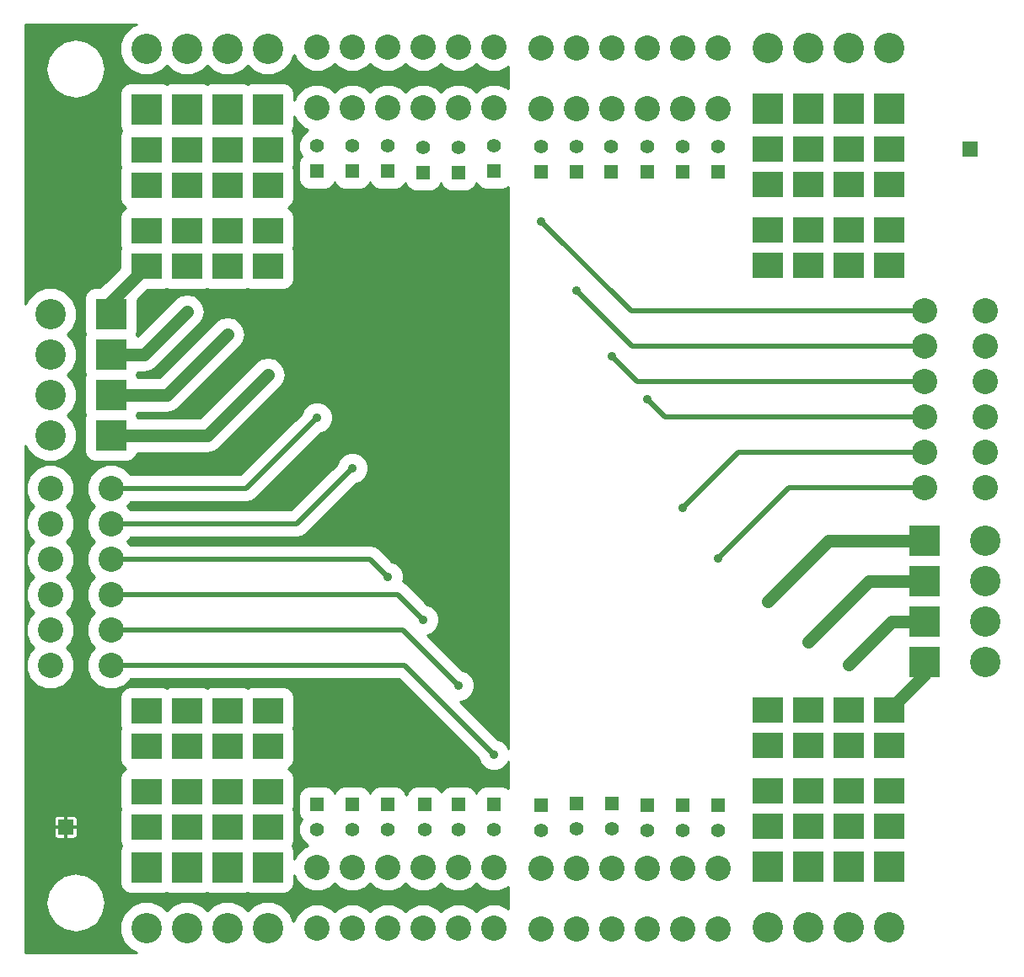
<source format=gbl>
G04 (created by PCBNEW (2013-07-07 BZR 4022)-stable) date 11/02/2014 19:36:51*
%MOIN*%
G04 Gerber Fmt 3.4, Leading zero omitted, Abs format*
%FSLAX34Y34*%
G01*
G70*
G90*
G04 APERTURE LIST*
%ADD10C,0.00590551*%
%ADD11R,0.12X0.1*%
%ADD12R,0.12X0.12*%
%ADD13C,0.12*%
%ADD14C,0.1*%
%ADD15R,0.055X0.055*%
%ADD16C,0.055*%
%ADD17R,0.06X0.06*%
%ADD18C,0.035*%
%ADD19C,0.05*%
%ADD20C,0.02*%
%ADD21C,0.01*%
G04 APERTURE END LIST*
G54D10*
G54D11*
X80600Y-31000D03*
X80600Y-29600D03*
X80600Y-27800D03*
X80600Y-26400D03*
X80600Y-48600D03*
X80600Y-50000D03*
X80600Y-51800D03*
X80600Y-53200D03*
X82200Y-31000D03*
X82200Y-29600D03*
X82200Y-27800D03*
X82200Y-26400D03*
X82200Y-48600D03*
X82200Y-50000D03*
X82200Y-51800D03*
X82200Y-53200D03*
X83800Y-31000D03*
X83800Y-29600D03*
X83800Y-27800D03*
X83800Y-26400D03*
X83800Y-48600D03*
X83800Y-50000D03*
X83800Y-51800D03*
X83800Y-53200D03*
X85400Y-31000D03*
X85400Y-29600D03*
X85400Y-27800D03*
X85400Y-26400D03*
X85400Y-48600D03*
X85400Y-50000D03*
X85400Y-51800D03*
X85400Y-53200D03*
G54D12*
X79200Y-32900D03*
G54D13*
X76800Y-32900D03*
G54D12*
X79200Y-34500D03*
G54D13*
X76800Y-34500D03*
G54D12*
X79200Y-36100D03*
G54D13*
X76800Y-36100D03*
G54D12*
X79200Y-37700D03*
G54D13*
X76800Y-37700D03*
G54D12*
X80600Y-24800D03*
G54D13*
X80600Y-22400D03*
G54D12*
X80600Y-54800D03*
G54D13*
X80600Y-57200D03*
G54D12*
X82200Y-24800D03*
G54D13*
X82200Y-22400D03*
G54D12*
X82200Y-54800D03*
G54D13*
X82200Y-57200D03*
G54D12*
X83800Y-24800D03*
G54D13*
X83800Y-22400D03*
G54D12*
X83800Y-54800D03*
G54D13*
X83800Y-57200D03*
G54D12*
X85400Y-24800D03*
G54D13*
X85400Y-22400D03*
G54D12*
X85400Y-54800D03*
G54D13*
X85400Y-57200D03*
G54D14*
X79200Y-39800D03*
X76800Y-39800D03*
X79200Y-41200D03*
X76800Y-41200D03*
X79200Y-42600D03*
X76800Y-42600D03*
X79200Y-44000D03*
X76800Y-44000D03*
X79200Y-45400D03*
X76800Y-45400D03*
X79200Y-46800D03*
X76800Y-46800D03*
X87350Y-24750D03*
X87350Y-22350D03*
X87350Y-54800D03*
X87350Y-57200D03*
X88750Y-24750D03*
X88750Y-22350D03*
X88750Y-54800D03*
X88750Y-57200D03*
X90150Y-24750D03*
X90150Y-22350D03*
X90150Y-54800D03*
X90150Y-57200D03*
X91550Y-24750D03*
X91550Y-22350D03*
X91550Y-54800D03*
X91550Y-57200D03*
X92950Y-24750D03*
X92950Y-22350D03*
X92950Y-54800D03*
X92950Y-57200D03*
X94350Y-24750D03*
X94350Y-22350D03*
X94350Y-54800D03*
X94350Y-57200D03*
G54D15*
X87350Y-27250D03*
G54D16*
X87350Y-26250D03*
G54D15*
X87350Y-52300D03*
G54D16*
X87350Y-53300D03*
G54D15*
X88750Y-27250D03*
G54D16*
X88750Y-26250D03*
G54D15*
X88750Y-52300D03*
G54D16*
X88750Y-53300D03*
G54D15*
X90150Y-27250D03*
G54D16*
X90150Y-26250D03*
G54D15*
X90150Y-52300D03*
G54D16*
X90150Y-53300D03*
G54D15*
X91550Y-27300D03*
G54D16*
X91550Y-26300D03*
G54D15*
X91600Y-52300D03*
G54D16*
X91600Y-53300D03*
G54D15*
X92950Y-27300D03*
G54D16*
X92950Y-26300D03*
G54D15*
X92950Y-52300D03*
G54D16*
X92950Y-53300D03*
G54D15*
X94350Y-27250D03*
G54D16*
X94350Y-26250D03*
G54D15*
X94350Y-52300D03*
G54D16*
X94350Y-53300D03*
G54D17*
X77400Y-53200D03*
G54D11*
X109972Y-48587D03*
X109972Y-49987D03*
X109972Y-51787D03*
X109972Y-53187D03*
X109972Y-30987D03*
X109972Y-29587D03*
X109972Y-27787D03*
X109972Y-26387D03*
X108372Y-48587D03*
X108372Y-49987D03*
X108372Y-51787D03*
X108372Y-53187D03*
X108372Y-30987D03*
X108372Y-29587D03*
X108372Y-27787D03*
X108372Y-26387D03*
X106772Y-48587D03*
X106772Y-49987D03*
X106772Y-51787D03*
X106772Y-53187D03*
X106772Y-30987D03*
X106772Y-29587D03*
X106772Y-27787D03*
X106772Y-26387D03*
X105172Y-48587D03*
X105172Y-49987D03*
X105172Y-51787D03*
X105172Y-53187D03*
X105172Y-30987D03*
X105172Y-29587D03*
X105172Y-27787D03*
X105172Y-26387D03*
G54D12*
X111372Y-46687D03*
G54D13*
X113772Y-46687D03*
G54D12*
X111372Y-45087D03*
G54D13*
X113772Y-45087D03*
G54D12*
X111372Y-43487D03*
G54D13*
X113772Y-43487D03*
G54D12*
X111372Y-41887D03*
G54D13*
X113772Y-41887D03*
G54D12*
X109972Y-54787D03*
G54D13*
X109972Y-57187D03*
G54D12*
X109972Y-24787D03*
G54D13*
X109972Y-22387D03*
G54D12*
X108372Y-54787D03*
G54D13*
X108372Y-57187D03*
G54D12*
X108372Y-24787D03*
G54D13*
X108372Y-22387D03*
G54D12*
X106772Y-54787D03*
G54D13*
X106772Y-57187D03*
G54D12*
X106772Y-24787D03*
G54D13*
X106772Y-22387D03*
G54D12*
X105172Y-54787D03*
G54D13*
X105172Y-57187D03*
G54D12*
X105172Y-24787D03*
G54D13*
X105172Y-22387D03*
G54D14*
X111372Y-39787D03*
X113772Y-39787D03*
X111372Y-38387D03*
X113772Y-38387D03*
X111372Y-36987D03*
X113772Y-36987D03*
X111372Y-35587D03*
X113772Y-35587D03*
X111372Y-34187D03*
X113772Y-34187D03*
X111372Y-32787D03*
X113772Y-32787D03*
X103222Y-54837D03*
X103222Y-57237D03*
X103222Y-24787D03*
X103222Y-22387D03*
X101822Y-54837D03*
X101822Y-57237D03*
X101822Y-24787D03*
X101822Y-22387D03*
X100422Y-54837D03*
X100422Y-57237D03*
X100422Y-24787D03*
X100422Y-22387D03*
X99022Y-54837D03*
X99022Y-57237D03*
X99022Y-24787D03*
X99022Y-22387D03*
X97622Y-54837D03*
X97622Y-57237D03*
X97622Y-24787D03*
X97622Y-22387D03*
X96222Y-54837D03*
X96222Y-57237D03*
X96222Y-24787D03*
X96222Y-22387D03*
G54D15*
X103222Y-52337D03*
G54D16*
X103222Y-53337D03*
G54D15*
X103222Y-27287D03*
G54D16*
X103222Y-26287D03*
G54D15*
X101822Y-52337D03*
G54D16*
X101822Y-53337D03*
G54D15*
X101822Y-27287D03*
G54D16*
X101822Y-26287D03*
G54D15*
X100422Y-52337D03*
G54D16*
X100422Y-53337D03*
G54D15*
X100422Y-27287D03*
G54D16*
X100422Y-26287D03*
G54D15*
X99022Y-52287D03*
G54D16*
X99022Y-53287D03*
G54D15*
X98972Y-27287D03*
G54D16*
X98972Y-26287D03*
G54D15*
X97622Y-52287D03*
G54D16*
X97622Y-53287D03*
G54D15*
X97622Y-27287D03*
G54D16*
X97622Y-26287D03*
G54D15*
X96222Y-52337D03*
G54D16*
X96222Y-53337D03*
G54D15*
X96222Y-27287D03*
G54D16*
X96222Y-26287D03*
G54D17*
X113172Y-26387D03*
G54D18*
X108372Y-46787D03*
X103222Y-42587D03*
X105172Y-44287D03*
X106772Y-45887D03*
X99022Y-34587D03*
X101822Y-40587D03*
X100422Y-36287D03*
X96222Y-29237D03*
X97622Y-31987D03*
X94350Y-50350D03*
X92950Y-47600D03*
X82200Y-32800D03*
X87350Y-37000D03*
X85400Y-35300D03*
X83800Y-33700D03*
X91550Y-45000D03*
X88750Y-39000D03*
X90150Y-43300D03*
G54D19*
X111372Y-45087D02*
X110072Y-45087D01*
X110072Y-45087D02*
X108372Y-46787D01*
X111372Y-46687D02*
X111372Y-47187D01*
X111372Y-47187D02*
X109972Y-48587D01*
G54D20*
X111372Y-39787D02*
X106022Y-39787D01*
X106022Y-39787D02*
X103222Y-42587D01*
G54D19*
X111372Y-41887D02*
X107572Y-41887D01*
X107572Y-41887D02*
X105172Y-44287D01*
X111372Y-43487D02*
X109172Y-43487D01*
X109172Y-43487D02*
X106772Y-45887D01*
G54D20*
X111372Y-35587D02*
X100022Y-35587D01*
X100022Y-35587D02*
X99022Y-34587D01*
X111372Y-38387D02*
X104022Y-38387D01*
X104022Y-38387D02*
X101822Y-40587D01*
X111372Y-36987D02*
X101122Y-36987D01*
X101122Y-36987D02*
X100422Y-36287D01*
X111372Y-32787D02*
X99772Y-32787D01*
X99772Y-32787D02*
X96222Y-29237D01*
X111372Y-34187D02*
X99822Y-34187D01*
X99822Y-34187D02*
X97622Y-31987D01*
X79200Y-46800D02*
X90800Y-46800D01*
X90800Y-46800D02*
X94350Y-50350D01*
X79200Y-45400D02*
X90750Y-45400D01*
X90750Y-45400D02*
X92950Y-47600D01*
G54D19*
X79200Y-34500D02*
X80500Y-34500D01*
X80500Y-34500D02*
X82200Y-32800D01*
X79200Y-32900D02*
X79200Y-32400D01*
X79200Y-32400D02*
X80600Y-31000D01*
G54D20*
X79200Y-39800D02*
X84550Y-39800D01*
X84550Y-39800D02*
X87350Y-37000D01*
G54D19*
X79200Y-37700D02*
X83000Y-37700D01*
X83000Y-37700D02*
X85400Y-35300D01*
X79200Y-36100D02*
X81400Y-36100D01*
X81400Y-36100D02*
X83800Y-33700D01*
G54D20*
X79200Y-44000D02*
X90550Y-44000D01*
X90550Y-44000D02*
X91550Y-45000D01*
X79200Y-41200D02*
X86550Y-41200D01*
X86550Y-41200D02*
X88750Y-39000D01*
X79200Y-42600D02*
X89450Y-42600D01*
X89450Y-42600D02*
X90150Y-43300D01*
G54D10*
G36*
X94920Y-56426D02*
X94888Y-56395D01*
X94539Y-56250D01*
X94161Y-56249D01*
X93812Y-56394D01*
X93649Y-56556D01*
X93488Y-56395D01*
X93139Y-56250D01*
X92761Y-56249D01*
X92412Y-56394D01*
X92249Y-56556D01*
X92088Y-56395D01*
X91739Y-56250D01*
X91361Y-56249D01*
X91012Y-56394D01*
X90849Y-56556D01*
X90688Y-56395D01*
X90339Y-56250D01*
X89961Y-56249D01*
X89612Y-56394D01*
X89449Y-56556D01*
X89288Y-56395D01*
X88939Y-56250D01*
X88561Y-56249D01*
X88212Y-56394D01*
X88049Y-56556D01*
X87888Y-56395D01*
X87539Y-56250D01*
X87161Y-56249D01*
X86812Y-56394D01*
X86545Y-56661D01*
X86428Y-56940D01*
X86290Y-56605D01*
X85995Y-56310D01*
X85609Y-56150D01*
X85192Y-56149D01*
X84805Y-56309D01*
X84599Y-56515D01*
X84395Y-56310D01*
X84009Y-56150D01*
X83592Y-56149D01*
X83205Y-56309D01*
X82999Y-56515D01*
X82795Y-56310D01*
X82409Y-56150D01*
X81992Y-56149D01*
X81605Y-56309D01*
X81399Y-56515D01*
X81195Y-56310D01*
X80809Y-56150D01*
X80392Y-56149D01*
X80005Y-56309D01*
X79710Y-56604D01*
X79550Y-56990D01*
X79549Y-57407D01*
X79709Y-57794D01*
X80004Y-58089D01*
X80199Y-58170D01*
X78979Y-58170D01*
X78979Y-56200D01*
X78889Y-55748D01*
X78634Y-55365D01*
X78251Y-55110D01*
X77868Y-55034D01*
X77868Y-53533D01*
X77868Y-53466D01*
X77868Y-53251D01*
X77868Y-53148D01*
X77868Y-52933D01*
X77868Y-52866D01*
X77842Y-52804D01*
X77795Y-52757D01*
X77750Y-52738D01*
X77750Y-46611D01*
X77605Y-46262D01*
X77443Y-46099D01*
X77604Y-45938D01*
X77749Y-45589D01*
X77750Y-45211D01*
X77605Y-44862D01*
X77443Y-44699D01*
X77604Y-44538D01*
X77749Y-44189D01*
X77750Y-43811D01*
X77605Y-43462D01*
X77443Y-43299D01*
X77604Y-43138D01*
X77749Y-42789D01*
X77750Y-42411D01*
X77605Y-42062D01*
X77443Y-41899D01*
X77604Y-41738D01*
X77749Y-41389D01*
X77750Y-41011D01*
X77605Y-40662D01*
X77443Y-40499D01*
X77604Y-40338D01*
X77749Y-39989D01*
X77750Y-39611D01*
X77605Y-39262D01*
X77338Y-38995D01*
X76989Y-38850D01*
X76611Y-38849D01*
X76262Y-38994D01*
X75995Y-39261D01*
X75850Y-39610D01*
X75849Y-39988D01*
X75994Y-40337D01*
X76156Y-40500D01*
X75995Y-40661D01*
X75850Y-41010D01*
X75849Y-41388D01*
X75994Y-41737D01*
X76156Y-41900D01*
X75995Y-42061D01*
X75850Y-42410D01*
X75849Y-42788D01*
X75994Y-43137D01*
X76156Y-43300D01*
X75995Y-43461D01*
X75850Y-43810D01*
X75849Y-44188D01*
X75994Y-44537D01*
X76156Y-44700D01*
X75995Y-44861D01*
X75850Y-45210D01*
X75849Y-45588D01*
X75994Y-45937D01*
X76156Y-46100D01*
X75995Y-46261D01*
X75850Y-46610D01*
X75849Y-46988D01*
X75994Y-47337D01*
X76261Y-47604D01*
X76610Y-47749D01*
X76988Y-47750D01*
X77337Y-47605D01*
X77604Y-47338D01*
X77749Y-46989D01*
X77750Y-46611D01*
X77750Y-52738D01*
X77733Y-52731D01*
X77451Y-52731D01*
X77409Y-52773D01*
X77409Y-53190D01*
X77826Y-53190D01*
X77868Y-53148D01*
X77868Y-53251D01*
X77826Y-53209D01*
X77409Y-53209D01*
X77409Y-53626D01*
X77451Y-53668D01*
X77733Y-53668D01*
X77795Y-53642D01*
X77842Y-53595D01*
X77868Y-53533D01*
X77868Y-55034D01*
X77800Y-55020D01*
X77390Y-55101D01*
X77390Y-53626D01*
X77390Y-53209D01*
X77390Y-53190D01*
X77390Y-52773D01*
X77348Y-52731D01*
X77066Y-52731D01*
X77004Y-52757D01*
X76957Y-52804D01*
X76931Y-52866D01*
X76931Y-52933D01*
X76931Y-53148D01*
X76973Y-53190D01*
X77390Y-53190D01*
X77390Y-53209D01*
X76973Y-53209D01*
X76931Y-53251D01*
X76931Y-53466D01*
X76931Y-53533D01*
X76957Y-53595D01*
X77004Y-53642D01*
X77066Y-53668D01*
X77348Y-53668D01*
X77390Y-53626D01*
X77390Y-55101D01*
X77348Y-55110D01*
X76965Y-55365D01*
X76710Y-55748D01*
X76620Y-56200D01*
X76710Y-56651D01*
X76965Y-57034D01*
X77348Y-57289D01*
X77800Y-57379D01*
X78251Y-57289D01*
X78634Y-57034D01*
X78889Y-56651D01*
X78979Y-56200D01*
X78979Y-58170D01*
X75829Y-58170D01*
X75829Y-38100D01*
X75909Y-38294D01*
X76204Y-38589D01*
X76590Y-38749D01*
X77007Y-38750D01*
X77394Y-38590D01*
X77689Y-38295D01*
X77849Y-37909D01*
X77850Y-37492D01*
X77690Y-37105D01*
X77484Y-36899D01*
X77689Y-36695D01*
X77849Y-36309D01*
X77850Y-35892D01*
X77690Y-35505D01*
X77484Y-35299D01*
X77689Y-35095D01*
X77849Y-34709D01*
X77850Y-34292D01*
X77690Y-33905D01*
X77484Y-33699D01*
X77689Y-33495D01*
X77849Y-33109D01*
X77850Y-32692D01*
X77690Y-32305D01*
X77395Y-32010D01*
X77009Y-31850D01*
X76592Y-31849D01*
X76205Y-32009D01*
X75910Y-32304D01*
X75829Y-32499D01*
X75829Y-21429D01*
X80199Y-21429D01*
X80005Y-21509D01*
X79710Y-21804D01*
X79550Y-22190D01*
X79549Y-22607D01*
X79709Y-22994D01*
X80004Y-23289D01*
X80390Y-23449D01*
X80807Y-23450D01*
X81194Y-23290D01*
X81400Y-23084D01*
X81604Y-23289D01*
X81990Y-23449D01*
X82407Y-23450D01*
X82794Y-23290D01*
X83000Y-23084D01*
X83204Y-23289D01*
X83590Y-23449D01*
X84007Y-23450D01*
X84394Y-23290D01*
X84600Y-23084D01*
X84804Y-23289D01*
X85190Y-23449D01*
X85607Y-23450D01*
X85994Y-23290D01*
X86289Y-22995D01*
X86439Y-22634D01*
X86544Y-22887D01*
X86811Y-23154D01*
X87160Y-23299D01*
X87538Y-23300D01*
X87887Y-23155D01*
X88050Y-22993D01*
X88211Y-23154D01*
X88560Y-23299D01*
X88938Y-23300D01*
X89287Y-23155D01*
X89450Y-22993D01*
X89611Y-23154D01*
X89960Y-23299D01*
X90338Y-23300D01*
X90687Y-23155D01*
X90850Y-22993D01*
X91011Y-23154D01*
X91360Y-23299D01*
X91738Y-23300D01*
X92087Y-23155D01*
X92250Y-22993D01*
X92411Y-23154D01*
X92760Y-23299D01*
X93138Y-23300D01*
X93487Y-23155D01*
X93650Y-22993D01*
X93811Y-23154D01*
X94160Y-23299D01*
X94538Y-23300D01*
X94887Y-23155D01*
X94920Y-23122D01*
X94920Y-23976D01*
X94888Y-23945D01*
X94539Y-23800D01*
X94161Y-23799D01*
X93812Y-23944D01*
X93649Y-24106D01*
X93488Y-23945D01*
X93139Y-23800D01*
X92761Y-23799D01*
X92412Y-23944D01*
X92249Y-24106D01*
X92088Y-23945D01*
X91739Y-23800D01*
X91361Y-23799D01*
X91012Y-23944D01*
X90849Y-24106D01*
X90688Y-23945D01*
X90339Y-23800D01*
X89961Y-23799D01*
X89612Y-23944D01*
X89449Y-24106D01*
X89288Y-23945D01*
X88939Y-23800D01*
X88561Y-23799D01*
X88212Y-23944D01*
X88049Y-24106D01*
X87888Y-23945D01*
X87539Y-23800D01*
X87161Y-23799D01*
X86812Y-23944D01*
X86545Y-24211D01*
X86450Y-24440D01*
X86450Y-24110D01*
X86381Y-23945D01*
X86254Y-23818D01*
X86089Y-23750D01*
X85910Y-23750D01*
X84710Y-23750D01*
X84599Y-23795D01*
X84489Y-23750D01*
X84310Y-23750D01*
X83110Y-23750D01*
X82999Y-23795D01*
X82889Y-23750D01*
X82710Y-23750D01*
X81510Y-23750D01*
X81399Y-23795D01*
X81289Y-23750D01*
X81110Y-23750D01*
X79910Y-23750D01*
X79745Y-23818D01*
X79618Y-23945D01*
X79550Y-24110D01*
X79550Y-24289D01*
X79550Y-25489D01*
X79616Y-25650D01*
X79550Y-25810D01*
X79550Y-25989D01*
X79550Y-26989D01*
X79595Y-27100D01*
X79550Y-27210D01*
X79550Y-27389D01*
X79550Y-28389D01*
X79618Y-28554D01*
X79745Y-28681D01*
X79789Y-28699D01*
X79745Y-28718D01*
X79618Y-28845D01*
X79550Y-29010D01*
X79550Y-29189D01*
X79550Y-30189D01*
X79595Y-30300D01*
X79550Y-30410D01*
X79550Y-30589D01*
X79550Y-31060D01*
X78979Y-31630D01*
X78979Y-23200D01*
X78889Y-22748D01*
X78634Y-22365D01*
X78251Y-22110D01*
X77800Y-22020D01*
X77348Y-22110D01*
X76965Y-22365D01*
X76710Y-22748D01*
X76620Y-23200D01*
X76710Y-23651D01*
X76965Y-24034D01*
X77348Y-24289D01*
X77800Y-24379D01*
X78251Y-24289D01*
X78634Y-24034D01*
X78889Y-23651D01*
X78979Y-23200D01*
X78979Y-31630D01*
X78760Y-31850D01*
X78510Y-31850D01*
X78345Y-31918D01*
X78218Y-32045D01*
X78150Y-32210D01*
X78150Y-32389D01*
X78150Y-33589D01*
X78195Y-33700D01*
X78150Y-33810D01*
X78150Y-33989D01*
X78150Y-35189D01*
X78195Y-35300D01*
X78150Y-35410D01*
X78150Y-35589D01*
X78150Y-36789D01*
X78195Y-36900D01*
X78150Y-37010D01*
X78150Y-37189D01*
X78150Y-38389D01*
X78218Y-38554D01*
X78345Y-38681D01*
X78510Y-38750D01*
X78689Y-38750D01*
X79889Y-38750D01*
X80054Y-38681D01*
X80181Y-38554D01*
X80245Y-38400D01*
X83000Y-38400D01*
X83267Y-38346D01*
X83494Y-38194D01*
X85894Y-35794D01*
X86046Y-35567D01*
X86100Y-35300D01*
X86046Y-35032D01*
X85894Y-34805D01*
X85667Y-34653D01*
X85400Y-34600D01*
X85132Y-34653D01*
X84905Y-34805D01*
X82710Y-37000D01*
X80245Y-37000D01*
X80204Y-36899D01*
X80245Y-36800D01*
X81400Y-36800D01*
X81667Y-36746D01*
X81894Y-36594D01*
X84294Y-34194D01*
X84446Y-33967D01*
X84500Y-33700D01*
X84446Y-33432D01*
X84294Y-33205D01*
X84067Y-33053D01*
X83800Y-33000D01*
X83532Y-33053D01*
X83305Y-33205D01*
X81110Y-35400D01*
X80245Y-35400D01*
X80204Y-35299D01*
X80245Y-35200D01*
X80500Y-35200D01*
X80767Y-35146D01*
X80994Y-34994D01*
X82694Y-33294D01*
X82846Y-33067D01*
X82900Y-32800D01*
X82846Y-32532D01*
X82694Y-32305D01*
X82467Y-32153D01*
X82200Y-32100D01*
X81932Y-32153D01*
X81705Y-32305D01*
X80235Y-33774D01*
X80204Y-33699D01*
X80250Y-33589D01*
X80250Y-33410D01*
X80250Y-32339D01*
X80639Y-31950D01*
X81289Y-31950D01*
X81400Y-31904D01*
X81510Y-31950D01*
X81689Y-31950D01*
X82889Y-31950D01*
X83000Y-31904D01*
X83110Y-31950D01*
X83289Y-31950D01*
X84489Y-31950D01*
X84600Y-31904D01*
X84710Y-31950D01*
X84889Y-31950D01*
X86089Y-31950D01*
X86254Y-31881D01*
X86381Y-31754D01*
X86450Y-31589D01*
X86450Y-31410D01*
X86450Y-30410D01*
X86404Y-30299D01*
X86450Y-30189D01*
X86450Y-30010D01*
X86450Y-29010D01*
X86381Y-28845D01*
X86254Y-28718D01*
X86210Y-28700D01*
X86254Y-28681D01*
X86381Y-28554D01*
X86450Y-28389D01*
X86450Y-28210D01*
X86450Y-27210D01*
X86404Y-27099D01*
X86450Y-26989D01*
X86450Y-26810D01*
X86450Y-25810D01*
X86383Y-25649D01*
X86450Y-25489D01*
X86450Y-25310D01*
X86450Y-25059D01*
X86544Y-25287D01*
X86811Y-25554D01*
X86972Y-25621D01*
X86939Y-25635D01*
X86735Y-25838D01*
X86625Y-26105D01*
X86624Y-26393D01*
X86735Y-26660D01*
X86744Y-26669D01*
X86693Y-26720D01*
X86625Y-26885D01*
X86625Y-27064D01*
X86625Y-27614D01*
X86693Y-27779D01*
X86820Y-27906D01*
X86985Y-27975D01*
X87164Y-27975D01*
X87714Y-27975D01*
X87879Y-27906D01*
X88006Y-27779D01*
X88049Y-27674D01*
X88093Y-27779D01*
X88220Y-27906D01*
X88385Y-27975D01*
X88564Y-27975D01*
X89114Y-27975D01*
X89279Y-27906D01*
X89406Y-27779D01*
X89449Y-27674D01*
X89493Y-27779D01*
X89620Y-27906D01*
X89785Y-27975D01*
X89964Y-27975D01*
X90514Y-27975D01*
X90679Y-27906D01*
X90806Y-27779D01*
X90839Y-27699D01*
X90893Y-27829D01*
X91020Y-27956D01*
X91185Y-28025D01*
X91364Y-28025D01*
X91914Y-28025D01*
X92079Y-27956D01*
X92206Y-27829D01*
X92249Y-27724D01*
X92293Y-27829D01*
X92420Y-27956D01*
X92585Y-28025D01*
X92764Y-28025D01*
X93314Y-28025D01*
X93479Y-27956D01*
X93606Y-27829D01*
X93660Y-27699D01*
X93693Y-27779D01*
X93820Y-27906D01*
X93985Y-27975D01*
X94164Y-27975D01*
X94714Y-27975D01*
X94879Y-27906D01*
X94920Y-27865D01*
X94920Y-50093D01*
X94880Y-49996D01*
X94704Y-49820D01*
X94522Y-49745D01*
X93002Y-48225D01*
X93073Y-48225D01*
X93303Y-48130D01*
X93479Y-47954D01*
X93574Y-47724D01*
X93575Y-47476D01*
X93480Y-47246D01*
X93304Y-47070D01*
X93122Y-46995D01*
X91729Y-45601D01*
X91903Y-45530D01*
X92079Y-45354D01*
X92174Y-45124D01*
X92175Y-44876D01*
X92080Y-44646D01*
X91904Y-44470D01*
X91722Y-44395D01*
X90938Y-43611D01*
X90760Y-43491D01*
X90748Y-43489D01*
X90774Y-43424D01*
X90775Y-43176D01*
X90680Y-42946D01*
X90504Y-42770D01*
X90322Y-42695D01*
X89838Y-42211D01*
X89660Y-42091D01*
X89450Y-42050D01*
X79993Y-42050D01*
X79843Y-41899D01*
X79993Y-41750D01*
X86550Y-41750D01*
X86760Y-41708D01*
X86938Y-41588D01*
X88923Y-39604D01*
X89103Y-39530D01*
X89279Y-39354D01*
X89374Y-39124D01*
X89375Y-38876D01*
X89280Y-38646D01*
X89104Y-38470D01*
X88874Y-38375D01*
X88626Y-38374D01*
X88396Y-38469D01*
X88220Y-38645D01*
X88145Y-38827D01*
X86322Y-40650D01*
X79993Y-40650D01*
X79843Y-40499D01*
X79993Y-40350D01*
X84550Y-40350D01*
X84760Y-40308D01*
X84938Y-40188D01*
X87523Y-37604D01*
X87703Y-37530D01*
X87879Y-37354D01*
X87974Y-37124D01*
X87975Y-36876D01*
X87880Y-36646D01*
X87704Y-36470D01*
X87474Y-36375D01*
X87226Y-36374D01*
X86996Y-36469D01*
X86820Y-36645D01*
X86745Y-36827D01*
X84322Y-39250D01*
X79993Y-39250D01*
X79738Y-38995D01*
X79389Y-38850D01*
X79011Y-38849D01*
X78662Y-38994D01*
X78395Y-39261D01*
X78250Y-39610D01*
X78249Y-39988D01*
X78394Y-40337D01*
X78556Y-40500D01*
X78395Y-40661D01*
X78250Y-41010D01*
X78249Y-41388D01*
X78394Y-41737D01*
X78556Y-41900D01*
X78395Y-42061D01*
X78250Y-42410D01*
X78249Y-42788D01*
X78394Y-43137D01*
X78556Y-43300D01*
X78395Y-43461D01*
X78250Y-43810D01*
X78249Y-44188D01*
X78394Y-44537D01*
X78556Y-44700D01*
X78395Y-44861D01*
X78250Y-45210D01*
X78249Y-45588D01*
X78394Y-45937D01*
X78556Y-46100D01*
X78395Y-46261D01*
X78250Y-46610D01*
X78249Y-46988D01*
X78394Y-47337D01*
X78661Y-47604D01*
X79010Y-47749D01*
X79388Y-47750D01*
X79737Y-47605D01*
X79993Y-47350D01*
X90572Y-47350D01*
X93745Y-50523D01*
X93819Y-50703D01*
X93995Y-50879D01*
X94225Y-50974D01*
X94473Y-50975D01*
X94703Y-50880D01*
X94879Y-50704D01*
X94920Y-50605D01*
X94920Y-51684D01*
X94879Y-51643D01*
X94714Y-51575D01*
X94535Y-51575D01*
X93985Y-51575D01*
X93820Y-51643D01*
X93693Y-51770D01*
X93650Y-51875D01*
X93606Y-51770D01*
X93479Y-51643D01*
X93314Y-51575D01*
X93135Y-51575D01*
X92585Y-51575D01*
X92420Y-51643D01*
X92293Y-51770D01*
X92275Y-51814D01*
X92256Y-51770D01*
X92129Y-51643D01*
X91964Y-51575D01*
X91785Y-51575D01*
X91235Y-51575D01*
X91070Y-51643D01*
X90943Y-51770D01*
X90875Y-51935D01*
X90806Y-51770D01*
X90679Y-51643D01*
X90514Y-51575D01*
X90335Y-51575D01*
X89785Y-51575D01*
X89620Y-51643D01*
X89493Y-51770D01*
X89450Y-51875D01*
X89406Y-51770D01*
X89279Y-51643D01*
X89114Y-51575D01*
X88935Y-51575D01*
X88385Y-51575D01*
X88220Y-51643D01*
X88093Y-51770D01*
X88050Y-51875D01*
X88006Y-51770D01*
X87879Y-51643D01*
X87714Y-51575D01*
X87535Y-51575D01*
X86985Y-51575D01*
X86820Y-51643D01*
X86693Y-51770D01*
X86625Y-51935D01*
X86625Y-52114D01*
X86625Y-52664D01*
X86693Y-52829D01*
X86744Y-52880D01*
X86735Y-52888D01*
X86625Y-53155D01*
X86624Y-53443D01*
X86735Y-53710D01*
X86938Y-53914D01*
X86972Y-53928D01*
X86812Y-53994D01*
X86545Y-54261D01*
X86450Y-54490D01*
X86450Y-54110D01*
X86383Y-53949D01*
X86450Y-53789D01*
X86450Y-53610D01*
X86450Y-52610D01*
X86404Y-52499D01*
X86450Y-52389D01*
X86450Y-52210D01*
X86450Y-51210D01*
X86381Y-51045D01*
X86254Y-50918D01*
X86210Y-50900D01*
X86254Y-50881D01*
X86381Y-50754D01*
X86450Y-50589D01*
X86450Y-50410D01*
X86450Y-49410D01*
X86404Y-49299D01*
X86450Y-49189D01*
X86450Y-49010D01*
X86450Y-48010D01*
X86381Y-47845D01*
X86254Y-47718D01*
X86089Y-47650D01*
X85910Y-47650D01*
X84710Y-47650D01*
X84599Y-47695D01*
X84489Y-47650D01*
X84310Y-47650D01*
X83110Y-47650D01*
X82999Y-47695D01*
X82889Y-47650D01*
X82710Y-47650D01*
X81510Y-47650D01*
X81399Y-47695D01*
X81289Y-47650D01*
X81110Y-47650D01*
X79910Y-47650D01*
X79745Y-47718D01*
X79618Y-47845D01*
X79550Y-48010D01*
X79550Y-48189D01*
X79550Y-49189D01*
X79595Y-49300D01*
X79550Y-49410D01*
X79550Y-49589D01*
X79550Y-50589D01*
X79618Y-50754D01*
X79745Y-50881D01*
X79789Y-50899D01*
X79745Y-50918D01*
X79618Y-51045D01*
X79550Y-51210D01*
X79550Y-51389D01*
X79550Y-52389D01*
X79595Y-52500D01*
X79550Y-52610D01*
X79550Y-52789D01*
X79550Y-53789D01*
X79616Y-53950D01*
X79550Y-54110D01*
X79550Y-54289D01*
X79550Y-55489D01*
X79618Y-55654D01*
X79745Y-55781D01*
X79910Y-55850D01*
X80089Y-55850D01*
X81289Y-55850D01*
X81400Y-55804D01*
X81510Y-55850D01*
X81689Y-55850D01*
X82889Y-55850D01*
X83000Y-55804D01*
X83110Y-55850D01*
X83289Y-55850D01*
X84489Y-55850D01*
X84600Y-55804D01*
X84710Y-55850D01*
X84889Y-55850D01*
X86089Y-55850D01*
X86254Y-55781D01*
X86381Y-55654D01*
X86450Y-55489D01*
X86450Y-55310D01*
X86450Y-55109D01*
X86544Y-55337D01*
X86811Y-55604D01*
X87160Y-55749D01*
X87538Y-55750D01*
X87887Y-55605D01*
X88050Y-55443D01*
X88211Y-55604D01*
X88560Y-55749D01*
X88938Y-55750D01*
X89287Y-55605D01*
X89450Y-55443D01*
X89611Y-55604D01*
X89960Y-55749D01*
X90338Y-55750D01*
X90687Y-55605D01*
X90850Y-55443D01*
X91011Y-55604D01*
X91360Y-55749D01*
X91738Y-55750D01*
X92087Y-55605D01*
X92250Y-55443D01*
X92411Y-55604D01*
X92760Y-55749D01*
X93138Y-55750D01*
X93487Y-55605D01*
X93650Y-55443D01*
X93811Y-55604D01*
X94160Y-55749D01*
X94538Y-55750D01*
X94887Y-55605D01*
X94920Y-55572D01*
X94920Y-56426D01*
X94920Y-56426D01*
G37*
G54D21*
X94920Y-56426D02*
X94888Y-56395D01*
X94539Y-56250D01*
X94161Y-56249D01*
X93812Y-56394D01*
X93649Y-56556D01*
X93488Y-56395D01*
X93139Y-56250D01*
X92761Y-56249D01*
X92412Y-56394D01*
X92249Y-56556D01*
X92088Y-56395D01*
X91739Y-56250D01*
X91361Y-56249D01*
X91012Y-56394D01*
X90849Y-56556D01*
X90688Y-56395D01*
X90339Y-56250D01*
X89961Y-56249D01*
X89612Y-56394D01*
X89449Y-56556D01*
X89288Y-56395D01*
X88939Y-56250D01*
X88561Y-56249D01*
X88212Y-56394D01*
X88049Y-56556D01*
X87888Y-56395D01*
X87539Y-56250D01*
X87161Y-56249D01*
X86812Y-56394D01*
X86545Y-56661D01*
X86428Y-56940D01*
X86290Y-56605D01*
X85995Y-56310D01*
X85609Y-56150D01*
X85192Y-56149D01*
X84805Y-56309D01*
X84599Y-56515D01*
X84395Y-56310D01*
X84009Y-56150D01*
X83592Y-56149D01*
X83205Y-56309D01*
X82999Y-56515D01*
X82795Y-56310D01*
X82409Y-56150D01*
X81992Y-56149D01*
X81605Y-56309D01*
X81399Y-56515D01*
X81195Y-56310D01*
X80809Y-56150D01*
X80392Y-56149D01*
X80005Y-56309D01*
X79710Y-56604D01*
X79550Y-56990D01*
X79549Y-57407D01*
X79709Y-57794D01*
X80004Y-58089D01*
X80199Y-58170D01*
X78979Y-58170D01*
X78979Y-56200D01*
X78889Y-55748D01*
X78634Y-55365D01*
X78251Y-55110D01*
X77868Y-55034D01*
X77868Y-53533D01*
X77868Y-53466D01*
X77868Y-53251D01*
X77868Y-53148D01*
X77868Y-52933D01*
X77868Y-52866D01*
X77842Y-52804D01*
X77795Y-52757D01*
X77750Y-52738D01*
X77750Y-46611D01*
X77605Y-46262D01*
X77443Y-46099D01*
X77604Y-45938D01*
X77749Y-45589D01*
X77750Y-45211D01*
X77605Y-44862D01*
X77443Y-44699D01*
X77604Y-44538D01*
X77749Y-44189D01*
X77750Y-43811D01*
X77605Y-43462D01*
X77443Y-43299D01*
X77604Y-43138D01*
X77749Y-42789D01*
X77750Y-42411D01*
X77605Y-42062D01*
X77443Y-41899D01*
X77604Y-41738D01*
X77749Y-41389D01*
X77750Y-41011D01*
X77605Y-40662D01*
X77443Y-40499D01*
X77604Y-40338D01*
X77749Y-39989D01*
X77750Y-39611D01*
X77605Y-39262D01*
X77338Y-38995D01*
X76989Y-38850D01*
X76611Y-38849D01*
X76262Y-38994D01*
X75995Y-39261D01*
X75850Y-39610D01*
X75849Y-39988D01*
X75994Y-40337D01*
X76156Y-40500D01*
X75995Y-40661D01*
X75850Y-41010D01*
X75849Y-41388D01*
X75994Y-41737D01*
X76156Y-41900D01*
X75995Y-42061D01*
X75850Y-42410D01*
X75849Y-42788D01*
X75994Y-43137D01*
X76156Y-43300D01*
X75995Y-43461D01*
X75850Y-43810D01*
X75849Y-44188D01*
X75994Y-44537D01*
X76156Y-44700D01*
X75995Y-44861D01*
X75850Y-45210D01*
X75849Y-45588D01*
X75994Y-45937D01*
X76156Y-46100D01*
X75995Y-46261D01*
X75850Y-46610D01*
X75849Y-46988D01*
X75994Y-47337D01*
X76261Y-47604D01*
X76610Y-47749D01*
X76988Y-47750D01*
X77337Y-47605D01*
X77604Y-47338D01*
X77749Y-46989D01*
X77750Y-46611D01*
X77750Y-52738D01*
X77733Y-52731D01*
X77451Y-52731D01*
X77409Y-52773D01*
X77409Y-53190D01*
X77826Y-53190D01*
X77868Y-53148D01*
X77868Y-53251D01*
X77826Y-53209D01*
X77409Y-53209D01*
X77409Y-53626D01*
X77451Y-53668D01*
X77733Y-53668D01*
X77795Y-53642D01*
X77842Y-53595D01*
X77868Y-53533D01*
X77868Y-55034D01*
X77800Y-55020D01*
X77390Y-55101D01*
X77390Y-53626D01*
X77390Y-53209D01*
X77390Y-53190D01*
X77390Y-52773D01*
X77348Y-52731D01*
X77066Y-52731D01*
X77004Y-52757D01*
X76957Y-52804D01*
X76931Y-52866D01*
X76931Y-52933D01*
X76931Y-53148D01*
X76973Y-53190D01*
X77390Y-53190D01*
X77390Y-53209D01*
X76973Y-53209D01*
X76931Y-53251D01*
X76931Y-53466D01*
X76931Y-53533D01*
X76957Y-53595D01*
X77004Y-53642D01*
X77066Y-53668D01*
X77348Y-53668D01*
X77390Y-53626D01*
X77390Y-55101D01*
X77348Y-55110D01*
X76965Y-55365D01*
X76710Y-55748D01*
X76620Y-56200D01*
X76710Y-56651D01*
X76965Y-57034D01*
X77348Y-57289D01*
X77800Y-57379D01*
X78251Y-57289D01*
X78634Y-57034D01*
X78889Y-56651D01*
X78979Y-56200D01*
X78979Y-58170D01*
X75829Y-58170D01*
X75829Y-38100D01*
X75909Y-38294D01*
X76204Y-38589D01*
X76590Y-38749D01*
X77007Y-38750D01*
X77394Y-38590D01*
X77689Y-38295D01*
X77849Y-37909D01*
X77850Y-37492D01*
X77690Y-37105D01*
X77484Y-36899D01*
X77689Y-36695D01*
X77849Y-36309D01*
X77850Y-35892D01*
X77690Y-35505D01*
X77484Y-35299D01*
X77689Y-35095D01*
X77849Y-34709D01*
X77850Y-34292D01*
X77690Y-33905D01*
X77484Y-33699D01*
X77689Y-33495D01*
X77849Y-33109D01*
X77850Y-32692D01*
X77690Y-32305D01*
X77395Y-32010D01*
X77009Y-31850D01*
X76592Y-31849D01*
X76205Y-32009D01*
X75910Y-32304D01*
X75829Y-32499D01*
X75829Y-21429D01*
X80199Y-21429D01*
X80005Y-21509D01*
X79710Y-21804D01*
X79550Y-22190D01*
X79549Y-22607D01*
X79709Y-22994D01*
X80004Y-23289D01*
X80390Y-23449D01*
X80807Y-23450D01*
X81194Y-23290D01*
X81400Y-23084D01*
X81604Y-23289D01*
X81990Y-23449D01*
X82407Y-23450D01*
X82794Y-23290D01*
X83000Y-23084D01*
X83204Y-23289D01*
X83590Y-23449D01*
X84007Y-23450D01*
X84394Y-23290D01*
X84600Y-23084D01*
X84804Y-23289D01*
X85190Y-23449D01*
X85607Y-23450D01*
X85994Y-23290D01*
X86289Y-22995D01*
X86439Y-22634D01*
X86544Y-22887D01*
X86811Y-23154D01*
X87160Y-23299D01*
X87538Y-23300D01*
X87887Y-23155D01*
X88050Y-22993D01*
X88211Y-23154D01*
X88560Y-23299D01*
X88938Y-23300D01*
X89287Y-23155D01*
X89450Y-22993D01*
X89611Y-23154D01*
X89960Y-23299D01*
X90338Y-23300D01*
X90687Y-23155D01*
X90850Y-22993D01*
X91011Y-23154D01*
X91360Y-23299D01*
X91738Y-23300D01*
X92087Y-23155D01*
X92250Y-22993D01*
X92411Y-23154D01*
X92760Y-23299D01*
X93138Y-23300D01*
X93487Y-23155D01*
X93650Y-22993D01*
X93811Y-23154D01*
X94160Y-23299D01*
X94538Y-23300D01*
X94887Y-23155D01*
X94920Y-23122D01*
X94920Y-23976D01*
X94888Y-23945D01*
X94539Y-23800D01*
X94161Y-23799D01*
X93812Y-23944D01*
X93649Y-24106D01*
X93488Y-23945D01*
X93139Y-23800D01*
X92761Y-23799D01*
X92412Y-23944D01*
X92249Y-24106D01*
X92088Y-23945D01*
X91739Y-23800D01*
X91361Y-23799D01*
X91012Y-23944D01*
X90849Y-24106D01*
X90688Y-23945D01*
X90339Y-23800D01*
X89961Y-23799D01*
X89612Y-23944D01*
X89449Y-24106D01*
X89288Y-23945D01*
X88939Y-23800D01*
X88561Y-23799D01*
X88212Y-23944D01*
X88049Y-24106D01*
X87888Y-23945D01*
X87539Y-23800D01*
X87161Y-23799D01*
X86812Y-23944D01*
X86545Y-24211D01*
X86450Y-24440D01*
X86450Y-24110D01*
X86381Y-23945D01*
X86254Y-23818D01*
X86089Y-23750D01*
X85910Y-23750D01*
X84710Y-23750D01*
X84599Y-23795D01*
X84489Y-23750D01*
X84310Y-23750D01*
X83110Y-23750D01*
X82999Y-23795D01*
X82889Y-23750D01*
X82710Y-23750D01*
X81510Y-23750D01*
X81399Y-23795D01*
X81289Y-23750D01*
X81110Y-23750D01*
X79910Y-23750D01*
X79745Y-23818D01*
X79618Y-23945D01*
X79550Y-24110D01*
X79550Y-24289D01*
X79550Y-25489D01*
X79616Y-25650D01*
X79550Y-25810D01*
X79550Y-25989D01*
X79550Y-26989D01*
X79595Y-27100D01*
X79550Y-27210D01*
X79550Y-27389D01*
X79550Y-28389D01*
X79618Y-28554D01*
X79745Y-28681D01*
X79789Y-28699D01*
X79745Y-28718D01*
X79618Y-28845D01*
X79550Y-29010D01*
X79550Y-29189D01*
X79550Y-30189D01*
X79595Y-30300D01*
X79550Y-30410D01*
X79550Y-30589D01*
X79550Y-31060D01*
X78979Y-31630D01*
X78979Y-23200D01*
X78889Y-22748D01*
X78634Y-22365D01*
X78251Y-22110D01*
X77800Y-22020D01*
X77348Y-22110D01*
X76965Y-22365D01*
X76710Y-22748D01*
X76620Y-23200D01*
X76710Y-23651D01*
X76965Y-24034D01*
X77348Y-24289D01*
X77800Y-24379D01*
X78251Y-24289D01*
X78634Y-24034D01*
X78889Y-23651D01*
X78979Y-23200D01*
X78979Y-31630D01*
X78760Y-31850D01*
X78510Y-31850D01*
X78345Y-31918D01*
X78218Y-32045D01*
X78150Y-32210D01*
X78150Y-32389D01*
X78150Y-33589D01*
X78195Y-33700D01*
X78150Y-33810D01*
X78150Y-33989D01*
X78150Y-35189D01*
X78195Y-35300D01*
X78150Y-35410D01*
X78150Y-35589D01*
X78150Y-36789D01*
X78195Y-36900D01*
X78150Y-37010D01*
X78150Y-37189D01*
X78150Y-38389D01*
X78218Y-38554D01*
X78345Y-38681D01*
X78510Y-38750D01*
X78689Y-38750D01*
X79889Y-38750D01*
X80054Y-38681D01*
X80181Y-38554D01*
X80245Y-38400D01*
X83000Y-38400D01*
X83267Y-38346D01*
X83494Y-38194D01*
X85894Y-35794D01*
X86046Y-35567D01*
X86100Y-35300D01*
X86046Y-35032D01*
X85894Y-34805D01*
X85667Y-34653D01*
X85400Y-34600D01*
X85132Y-34653D01*
X84905Y-34805D01*
X82710Y-37000D01*
X80245Y-37000D01*
X80204Y-36899D01*
X80245Y-36800D01*
X81400Y-36800D01*
X81667Y-36746D01*
X81894Y-36594D01*
X84294Y-34194D01*
X84446Y-33967D01*
X84500Y-33700D01*
X84446Y-33432D01*
X84294Y-33205D01*
X84067Y-33053D01*
X83800Y-33000D01*
X83532Y-33053D01*
X83305Y-33205D01*
X81110Y-35400D01*
X80245Y-35400D01*
X80204Y-35299D01*
X80245Y-35200D01*
X80500Y-35200D01*
X80767Y-35146D01*
X80994Y-34994D01*
X82694Y-33294D01*
X82846Y-33067D01*
X82900Y-32800D01*
X82846Y-32532D01*
X82694Y-32305D01*
X82467Y-32153D01*
X82200Y-32100D01*
X81932Y-32153D01*
X81705Y-32305D01*
X80235Y-33774D01*
X80204Y-33699D01*
X80250Y-33589D01*
X80250Y-33410D01*
X80250Y-32339D01*
X80639Y-31950D01*
X81289Y-31950D01*
X81400Y-31904D01*
X81510Y-31950D01*
X81689Y-31950D01*
X82889Y-31950D01*
X83000Y-31904D01*
X83110Y-31950D01*
X83289Y-31950D01*
X84489Y-31950D01*
X84600Y-31904D01*
X84710Y-31950D01*
X84889Y-31950D01*
X86089Y-31950D01*
X86254Y-31881D01*
X86381Y-31754D01*
X86450Y-31589D01*
X86450Y-31410D01*
X86450Y-30410D01*
X86404Y-30299D01*
X86450Y-30189D01*
X86450Y-30010D01*
X86450Y-29010D01*
X86381Y-28845D01*
X86254Y-28718D01*
X86210Y-28700D01*
X86254Y-28681D01*
X86381Y-28554D01*
X86450Y-28389D01*
X86450Y-28210D01*
X86450Y-27210D01*
X86404Y-27099D01*
X86450Y-26989D01*
X86450Y-26810D01*
X86450Y-25810D01*
X86383Y-25649D01*
X86450Y-25489D01*
X86450Y-25310D01*
X86450Y-25059D01*
X86544Y-25287D01*
X86811Y-25554D01*
X86972Y-25621D01*
X86939Y-25635D01*
X86735Y-25838D01*
X86625Y-26105D01*
X86624Y-26393D01*
X86735Y-26660D01*
X86744Y-26669D01*
X86693Y-26720D01*
X86625Y-26885D01*
X86625Y-27064D01*
X86625Y-27614D01*
X86693Y-27779D01*
X86820Y-27906D01*
X86985Y-27975D01*
X87164Y-27975D01*
X87714Y-27975D01*
X87879Y-27906D01*
X88006Y-27779D01*
X88049Y-27674D01*
X88093Y-27779D01*
X88220Y-27906D01*
X88385Y-27975D01*
X88564Y-27975D01*
X89114Y-27975D01*
X89279Y-27906D01*
X89406Y-27779D01*
X89449Y-27674D01*
X89493Y-27779D01*
X89620Y-27906D01*
X89785Y-27975D01*
X89964Y-27975D01*
X90514Y-27975D01*
X90679Y-27906D01*
X90806Y-27779D01*
X90839Y-27699D01*
X90893Y-27829D01*
X91020Y-27956D01*
X91185Y-28025D01*
X91364Y-28025D01*
X91914Y-28025D01*
X92079Y-27956D01*
X92206Y-27829D01*
X92249Y-27724D01*
X92293Y-27829D01*
X92420Y-27956D01*
X92585Y-28025D01*
X92764Y-28025D01*
X93314Y-28025D01*
X93479Y-27956D01*
X93606Y-27829D01*
X93660Y-27699D01*
X93693Y-27779D01*
X93820Y-27906D01*
X93985Y-27975D01*
X94164Y-27975D01*
X94714Y-27975D01*
X94879Y-27906D01*
X94920Y-27865D01*
X94920Y-50093D01*
X94880Y-49996D01*
X94704Y-49820D01*
X94522Y-49745D01*
X93002Y-48225D01*
X93073Y-48225D01*
X93303Y-48130D01*
X93479Y-47954D01*
X93574Y-47724D01*
X93575Y-47476D01*
X93480Y-47246D01*
X93304Y-47070D01*
X93122Y-46995D01*
X91729Y-45601D01*
X91903Y-45530D01*
X92079Y-45354D01*
X92174Y-45124D01*
X92175Y-44876D01*
X92080Y-44646D01*
X91904Y-44470D01*
X91722Y-44395D01*
X90938Y-43611D01*
X90760Y-43491D01*
X90748Y-43489D01*
X90774Y-43424D01*
X90775Y-43176D01*
X90680Y-42946D01*
X90504Y-42770D01*
X90322Y-42695D01*
X89838Y-42211D01*
X89660Y-42091D01*
X89450Y-42050D01*
X79993Y-42050D01*
X79843Y-41899D01*
X79993Y-41750D01*
X86550Y-41750D01*
X86760Y-41708D01*
X86938Y-41588D01*
X88923Y-39604D01*
X89103Y-39530D01*
X89279Y-39354D01*
X89374Y-39124D01*
X89375Y-38876D01*
X89280Y-38646D01*
X89104Y-38470D01*
X88874Y-38375D01*
X88626Y-38374D01*
X88396Y-38469D01*
X88220Y-38645D01*
X88145Y-38827D01*
X86322Y-40650D01*
X79993Y-40650D01*
X79843Y-40499D01*
X79993Y-40350D01*
X84550Y-40350D01*
X84760Y-40308D01*
X84938Y-40188D01*
X87523Y-37604D01*
X87703Y-37530D01*
X87879Y-37354D01*
X87974Y-37124D01*
X87975Y-36876D01*
X87880Y-36646D01*
X87704Y-36470D01*
X87474Y-36375D01*
X87226Y-36374D01*
X86996Y-36469D01*
X86820Y-36645D01*
X86745Y-36827D01*
X84322Y-39250D01*
X79993Y-39250D01*
X79738Y-38995D01*
X79389Y-38850D01*
X79011Y-38849D01*
X78662Y-38994D01*
X78395Y-39261D01*
X78250Y-39610D01*
X78249Y-39988D01*
X78394Y-40337D01*
X78556Y-40500D01*
X78395Y-40661D01*
X78250Y-41010D01*
X78249Y-41388D01*
X78394Y-41737D01*
X78556Y-41900D01*
X78395Y-42061D01*
X78250Y-42410D01*
X78249Y-42788D01*
X78394Y-43137D01*
X78556Y-43300D01*
X78395Y-43461D01*
X78250Y-43810D01*
X78249Y-44188D01*
X78394Y-44537D01*
X78556Y-44700D01*
X78395Y-44861D01*
X78250Y-45210D01*
X78249Y-45588D01*
X78394Y-45937D01*
X78556Y-46100D01*
X78395Y-46261D01*
X78250Y-46610D01*
X78249Y-46988D01*
X78394Y-47337D01*
X78661Y-47604D01*
X79010Y-47749D01*
X79388Y-47750D01*
X79737Y-47605D01*
X79993Y-47350D01*
X90572Y-47350D01*
X93745Y-50523D01*
X93819Y-50703D01*
X93995Y-50879D01*
X94225Y-50974D01*
X94473Y-50975D01*
X94703Y-50880D01*
X94879Y-50704D01*
X94920Y-50605D01*
X94920Y-51684D01*
X94879Y-51643D01*
X94714Y-51575D01*
X94535Y-51575D01*
X93985Y-51575D01*
X93820Y-51643D01*
X93693Y-51770D01*
X93650Y-51875D01*
X93606Y-51770D01*
X93479Y-51643D01*
X93314Y-51575D01*
X93135Y-51575D01*
X92585Y-51575D01*
X92420Y-51643D01*
X92293Y-51770D01*
X92275Y-51814D01*
X92256Y-51770D01*
X92129Y-51643D01*
X91964Y-51575D01*
X91785Y-51575D01*
X91235Y-51575D01*
X91070Y-51643D01*
X90943Y-51770D01*
X90875Y-51935D01*
X90806Y-51770D01*
X90679Y-51643D01*
X90514Y-51575D01*
X90335Y-51575D01*
X89785Y-51575D01*
X89620Y-51643D01*
X89493Y-51770D01*
X89450Y-51875D01*
X89406Y-51770D01*
X89279Y-51643D01*
X89114Y-51575D01*
X88935Y-51575D01*
X88385Y-51575D01*
X88220Y-51643D01*
X88093Y-51770D01*
X88050Y-51875D01*
X88006Y-51770D01*
X87879Y-51643D01*
X87714Y-51575D01*
X87535Y-51575D01*
X86985Y-51575D01*
X86820Y-51643D01*
X86693Y-51770D01*
X86625Y-51935D01*
X86625Y-52114D01*
X86625Y-52664D01*
X86693Y-52829D01*
X86744Y-52880D01*
X86735Y-52888D01*
X86625Y-53155D01*
X86624Y-53443D01*
X86735Y-53710D01*
X86938Y-53914D01*
X86972Y-53928D01*
X86812Y-53994D01*
X86545Y-54261D01*
X86450Y-54490D01*
X86450Y-54110D01*
X86383Y-53949D01*
X86450Y-53789D01*
X86450Y-53610D01*
X86450Y-52610D01*
X86404Y-52499D01*
X86450Y-52389D01*
X86450Y-52210D01*
X86450Y-51210D01*
X86381Y-51045D01*
X86254Y-50918D01*
X86210Y-50900D01*
X86254Y-50881D01*
X86381Y-50754D01*
X86450Y-50589D01*
X86450Y-50410D01*
X86450Y-49410D01*
X86404Y-49299D01*
X86450Y-49189D01*
X86450Y-49010D01*
X86450Y-48010D01*
X86381Y-47845D01*
X86254Y-47718D01*
X86089Y-47650D01*
X85910Y-47650D01*
X84710Y-47650D01*
X84599Y-47695D01*
X84489Y-47650D01*
X84310Y-47650D01*
X83110Y-47650D01*
X82999Y-47695D01*
X82889Y-47650D01*
X82710Y-47650D01*
X81510Y-47650D01*
X81399Y-47695D01*
X81289Y-47650D01*
X81110Y-47650D01*
X79910Y-47650D01*
X79745Y-47718D01*
X79618Y-47845D01*
X79550Y-48010D01*
X79550Y-48189D01*
X79550Y-49189D01*
X79595Y-49300D01*
X79550Y-49410D01*
X79550Y-49589D01*
X79550Y-50589D01*
X79618Y-50754D01*
X79745Y-50881D01*
X79789Y-50899D01*
X79745Y-50918D01*
X79618Y-51045D01*
X79550Y-51210D01*
X79550Y-51389D01*
X79550Y-52389D01*
X79595Y-52500D01*
X79550Y-52610D01*
X79550Y-52789D01*
X79550Y-53789D01*
X79616Y-53950D01*
X79550Y-54110D01*
X79550Y-54289D01*
X79550Y-55489D01*
X79618Y-55654D01*
X79745Y-55781D01*
X79910Y-55850D01*
X80089Y-55850D01*
X81289Y-55850D01*
X81400Y-55804D01*
X81510Y-55850D01*
X81689Y-55850D01*
X82889Y-55850D01*
X83000Y-55804D01*
X83110Y-55850D01*
X83289Y-55850D01*
X84489Y-55850D01*
X84600Y-55804D01*
X84710Y-55850D01*
X84889Y-55850D01*
X86089Y-55850D01*
X86254Y-55781D01*
X86381Y-55654D01*
X86450Y-55489D01*
X86450Y-55310D01*
X86450Y-55109D01*
X86544Y-55337D01*
X86811Y-55604D01*
X87160Y-55749D01*
X87538Y-55750D01*
X87887Y-55605D01*
X88050Y-55443D01*
X88211Y-55604D01*
X88560Y-55749D01*
X88938Y-55750D01*
X89287Y-55605D01*
X89450Y-55443D01*
X89611Y-55604D01*
X89960Y-55749D01*
X90338Y-55750D01*
X90687Y-55605D01*
X90850Y-55443D01*
X91011Y-55604D01*
X91360Y-55749D01*
X91738Y-55750D01*
X92087Y-55605D01*
X92250Y-55443D01*
X92411Y-55604D01*
X92760Y-55749D01*
X93138Y-55750D01*
X93487Y-55605D01*
X93650Y-55443D01*
X93811Y-55604D01*
X94160Y-55749D01*
X94538Y-55750D01*
X94887Y-55605D01*
X94920Y-55572D01*
X94920Y-56426D01*
M02*

</source>
